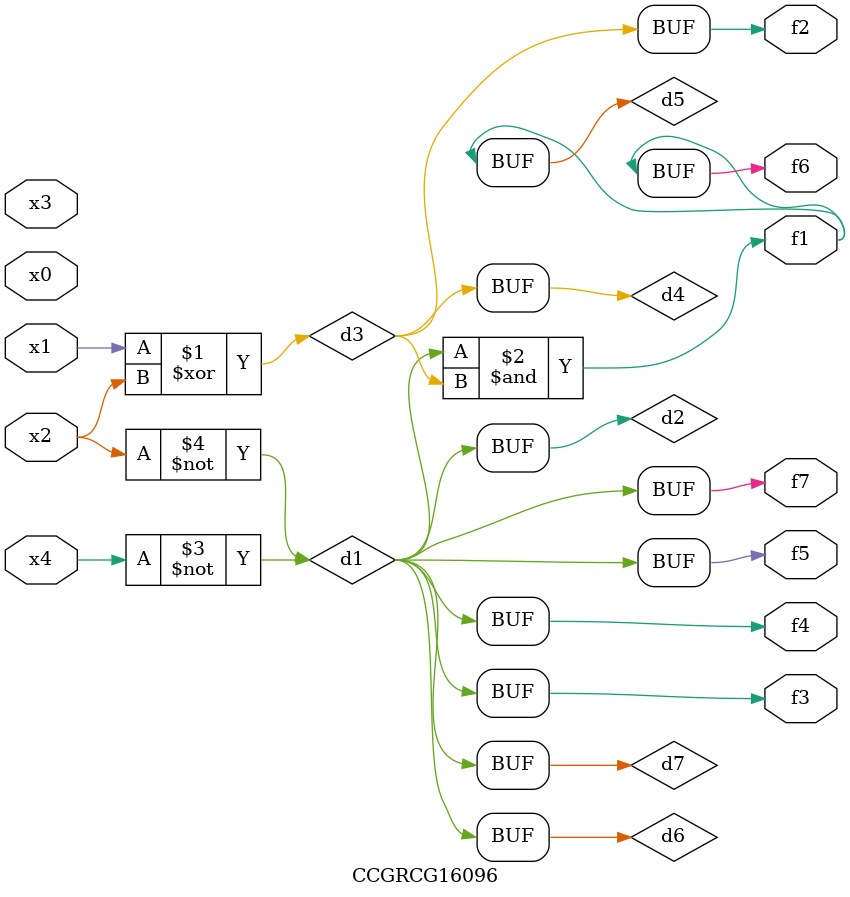
<source format=v>
module CCGRCG16096(
	input x0, x1, x2, x3, x4,
	output f1, f2, f3, f4, f5, f6, f7
);

	wire d1, d2, d3, d4, d5, d6, d7;

	not (d1, x4);
	not (d2, x2);
	xor (d3, x1, x2);
	buf (d4, d3);
	and (d5, d1, d3);
	buf (d6, d1, d2);
	buf (d7, d2);
	assign f1 = d5;
	assign f2 = d4;
	assign f3 = d7;
	assign f4 = d7;
	assign f5 = d7;
	assign f6 = d5;
	assign f7 = d7;
endmodule

</source>
